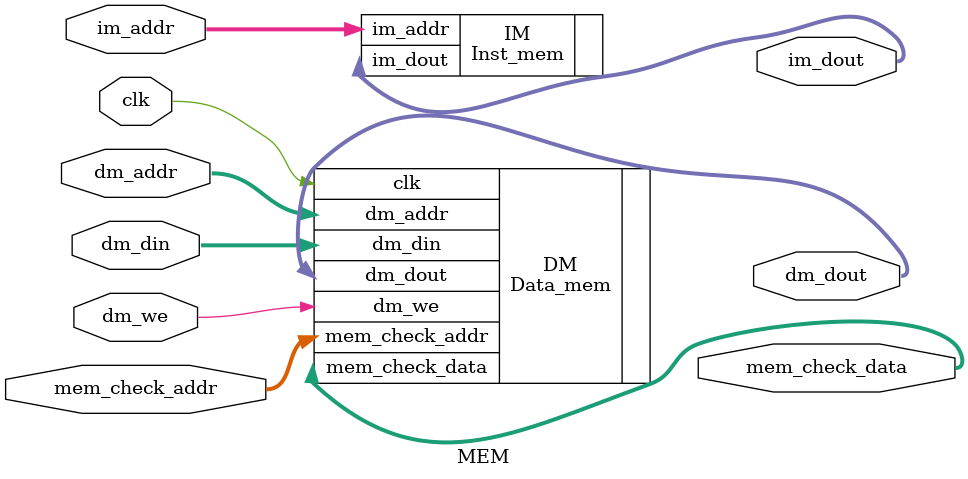
<source format=v>
module MEM(
    input clk,

    // MEM Data BUS with CPU
	// IM port
    input [31:0] im_addr,
    output [31:0] im_dout,
	
	// DM port
    input  [31:0] dm_addr,
    input dm_we,
    input  [31:0] dm_din,
    output [31:0] dm_dout,

    // MEM Debug BUS
    input [31:0] mem_check_addr,
    output [31:0] mem_check_data
);

//IM
    Inst_mem IM(
        .im_addr(im_addr),
        .im_dout(im_dout)
    );

//DM
    Data_mem DM(
        .clk(clk),
        .dm_we(dm_we),
        .dm_addr(dm_addr),
        .dm_din(dm_din),
        .mem_check_addr(mem_check_addr),
        .dm_dout(dm_dout),
        .mem_check_data(mem_check_data)
    );

endmodule

</source>
